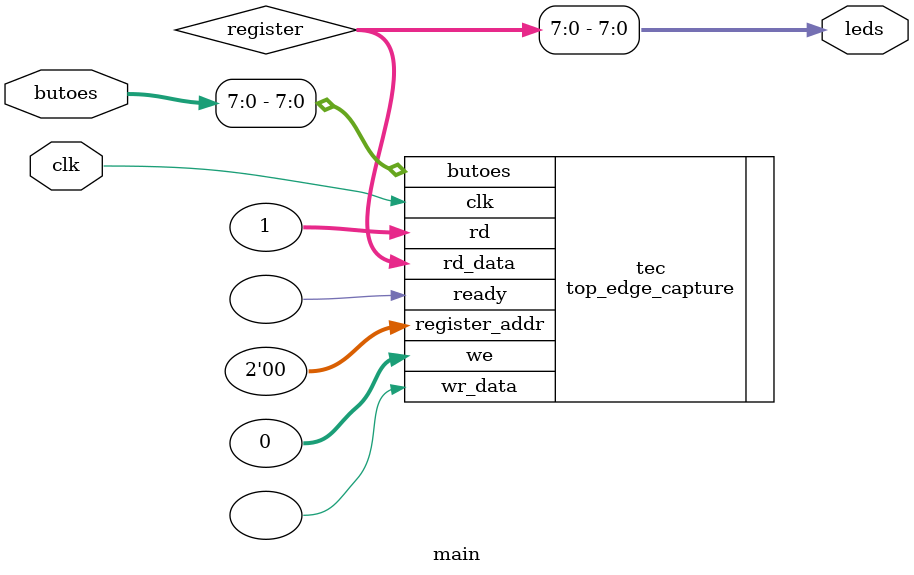
<source format=v>
module main (
    input wire [11:0] butoes,
    input wire clk,
    output wire [7:0] leds,
);
    wire [31:0] register;
	top_edge_capture tec(
        .butoes(butoes[7:0]),
        .clk(clk),
        .we(0),
        .rd(1),
        .register_addr(2'b00),
        .wr_data(),
        .rd_data(register),
        .ready()
    );

    assign leds = register[7:0];

endmodule
</source>
